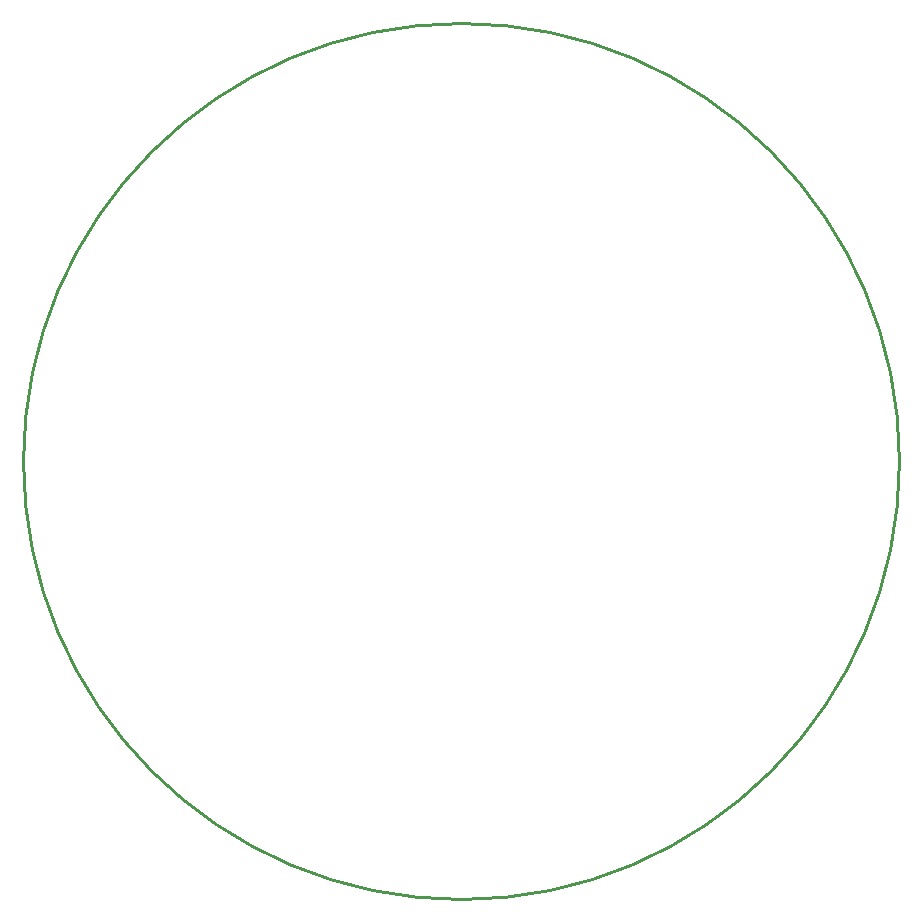
<source format=gko>
G04 Layer_Color=16711935*
%FSAX44Y44*%
%MOMM*%
G71*
G01*
G75*
%ADD57C,0.2540*%
D57*
X01259840Y01143000D02*
G03*
X01259840Y01143000I-00370840J00000000D01*
G01*
M02*

</source>
